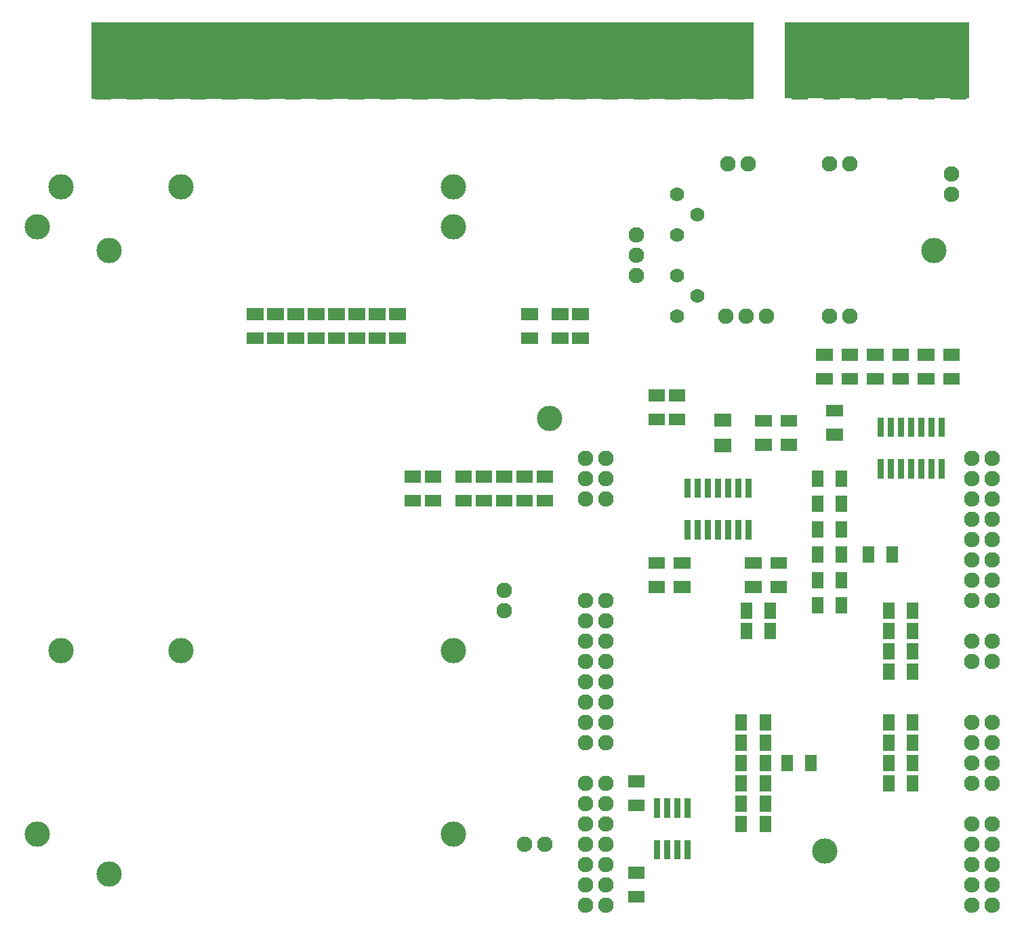
<source format=gts>
G04 start of page 9 for group -4063 idx -4063 *
G04 Title: (unknown), componentmask *
G04 Creator: pcb 20140316 *
G04 CreationDate: Sat 08 Jul 2017 15:17:32 GMT UTC *
G04 For: ole *
G04 Format: Gerber/RS-274X *
G04 PCB-Dimensions (mil): 7000.00 6000.00 *
G04 PCB-Coordinate-Origin: lower left *
%MOIN*%
%FSLAX25Y25*%
%LNTOPMASK*%
%ADD83R,0.0650X0.0650*%
%ADD82R,0.0300X0.0300*%
%ADD81R,0.0572X0.0572*%
%ADD80R,0.0787X0.0787*%
%ADD79R,0.1186X0.1186*%
%ADD78C,0.0700*%
%ADD77C,0.1250*%
%ADD76C,0.0760*%
G54D76*X380000Y200000D03*
Y190000D03*
Y180000D03*
X390000Y200000D03*
Y190000D03*
Y180000D03*
Y170000D03*
Y160000D03*
Y150000D03*
X380000Y170000D03*
Y160000D03*
Y150000D03*
Y140000D03*
X390000D03*
G54D77*X314961Y174803D03*
G54D76*X350000Y170000D03*
X360000D03*
X390000Y290000D03*
Y280000D03*
Y270000D03*
Y260000D03*
Y250000D03*
Y240000D03*
X380000Y260000D03*
Y250000D03*
Y240000D03*
Y230000D03*
X390000D03*
Y220000D03*
X380000Y290000D03*
Y280000D03*
Y270000D03*
Y360000D03*
Y350000D03*
Y340000D03*
X390000Y360000D03*
Y350000D03*
Y340000D03*
X380000Y220000D03*
G54D77*X110236Y174803D03*
X314961Y265354D03*
Y493701D03*
Y474016D03*
X122047Y493701D03*
Y265354D03*
X110236Y474016D03*
X181102Y265354D03*
Y493701D03*
X145669Y462205D03*
X362205Y379528D03*
X145669Y155118D03*
G54D76*X340000Y295000D03*
Y285000D03*
X570000Y270000D03*
Y260000D03*
Y230000D03*
Y220000D03*
Y210000D03*
Y200000D03*
X580000Y270000D03*
Y260000D03*
Y230000D03*
Y220000D03*
Y210000D03*
Y200000D03*
X570000Y360000D03*
Y350000D03*
Y340000D03*
Y330000D03*
Y320000D03*
Y310000D03*
Y300000D03*
Y290000D03*
X580000Y310000D03*
Y300000D03*
Y290000D03*
X570000Y160000D03*
X580000D03*
X570000Y150000D03*
X580000D03*
X570000Y180000D03*
X580000D03*
X570000Y170000D03*
X580000D03*
X570000Y140000D03*
X580000D03*
G54D77*X497500Y166429D03*
G54D76*X405000Y470000D03*
Y460000D03*
G54D78*X425000Y470000D03*
X435000Y480000D03*
X425000Y490000D03*
G54D76*X405000Y450000D03*
G54D78*X425000Y430000D03*
Y450000D03*
X435000Y440000D03*
G54D76*X450000Y505000D03*
X460000D03*
X500000D03*
X510000D03*
X500000Y430000D03*
X469000D03*
X449000D03*
X459000D03*
X510000D03*
X580000Y360000D03*
Y350000D03*
Y340000D03*
Y330000D03*
Y320000D03*
G54D77*X551181Y462205D03*
G54D76*X560000Y500000D03*
Y490000D03*
G54D79*X531209Y568727D02*Y543137D01*
X535146Y568727D02*Y543137D01*
X562705Y568727D02*Y543137D01*
X550894Y568727D02*Y543137D01*
X546957Y568727D02*Y543137D01*
G54D80*X532095Y570587D02*Y540587D01*
X547670Y570587D02*Y540587D01*
X563244Y570587D02*Y540587D01*
G54D79*X515461Y568727D02*Y543137D01*
G54D80*X516520Y570587D02*Y540587D01*
G54D79*X519398Y568727D02*Y543137D01*
X487902Y568727D02*Y543137D01*
X503650Y568727D02*Y543137D01*
X499713Y568727D02*Y543137D01*
G54D80*X500945Y570587D02*Y540587D01*
G54D79*X483965Y568727D02*Y543137D01*
G54D80*X485370Y570587D02*Y540587D01*
G54D81*X413819Y379095D02*X416181D01*
X413819Y390905D02*X416181D01*
X423819Y379095D02*X426181D01*
X423819Y390905D02*X426181D01*
G54D82*X435000Y348500D02*Y342000D01*
Y328000D02*Y321500D01*
X430000Y348500D02*Y342000D01*
Y328000D02*Y321500D01*
X460000Y348500D02*Y342000D01*
X455000Y348500D02*Y342000D01*
X450000Y348500D02*Y342000D01*
X445000Y348500D02*Y342000D01*
X440000Y348500D02*Y342000D01*
G54D83*X446713Y366201D02*X448287D01*
G54D81*X478819Y366595D02*X481181D01*
X466319D02*X468681D01*
G54D83*X446713Y378799D02*X448287D01*
G54D81*X478819Y378405D02*X481181D01*
X466319D02*X468681D01*
X494095Y338681D02*Y336319D01*
X546319Y399095D02*X548681D01*
X546319Y410905D02*X548681D01*
X533819Y399095D02*X536181D01*
X533819Y410905D02*X536181D01*
X558819Y399095D02*X561181D01*
X558819Y410905D02*X561181D01*
X521319Y399095D02*X523681D01*
X508819D02*X511181D01*
X521319Y410905D02*X523681D01*
X508819D02*X511181D01*
X366319Y419095D02*X368681D01*
X351319D02*X353681D01*
X286319D02*X288681D01*
X276319D02*X278681D01*
X266319D02*X268681D01*
X366319Y430905D02*X368681D01*
X376319D02*X378681D01*
X351319D02*X353681D01*
X286319D02*X288681D01*
X276319D02*X278681D01*
X266319D02*X268681D01*
X376319Y419095D02*X378681D01*
X293819Y339095D02*X296181D01*
X318819D02*X321181D01*
X303819D02*X306181D01*
X293819Y350905D02*X296181D01*
X318819D02*X321181D01*
X303819D02*X306181D01*
X338819Y339095D02*X341181D01*
X328819D02*X331181D01*
X348819D02*X351181D01*
X358819D02*X361181D01*
X338819Y350905D02*X341181D01*
X328819D02*X331181D01*
X348819D02*X351181D01*
X358819D02*X361181D01*
X468405Y181181D02*Y178819D01*
Y191181D02*Y188819D01*
X456595Y191181D02*Y188819D01*
Y211181D02*Y208819D01*
Y231181D02*Y228819D01*
Y201181D02*Y198819D01*
Y221181D02*Y218819D01*
X459095Y276181D02*Y273819D01*
X468405Y211181D02*Y208819D01*
Y231181D02*Y228819D01*
Y201181D02*Y198819D01*
Y221181D02*Y218819D01*
X479095Y211181D02*Y208819D01*
X470905Y276181D02*Y273819D01*
X490905Y211181D02*Y208819D01*
X456595Y181181D02*Y178819D01*
G54D82*X415000Y170500D02*Y164000D01*
X420000Y170500D02*Y164000D01*
X425000Y170500D02*Y164000D01*
X430000Y170500D02*Y164000D01*
Y191000D02*Y184500D01*
X425000Y191000D02*Y184500D01*
X420000Y191000D02*Y184500D01*
X415000Y191000D02*Y184500D01*
G54D81*X403819Y189095D02*X406181D01*
X403819Y200905D02*X406181D01*
X403819Y144095D02*X406181D01*
X403819Y155905D02*X406181D01*
X529095Y256181D02*Y253819D01*
Y266181D02*Y263819D01*
Y276181D02*Y273819D01*
X540905Y256181D02*Y253819D01*
Y266181D02*Y263819D01*
Y276181D02*Y273819D01*
Y231181D02*Y228819D01*
Y221181D02*Y218819D01*
Y211181D02*Y208819D01*
X529095Y231181D02*Y228819D01*
Y221181D02*Y218819D01*
Y211181D02*Y208819D01*
Y201181D02*Y198819D01*
X540905Y201181D02*Y198819D01*
X413819Y296595D02*X416181D01*
X426319D02*X428681D01*
X473819D02*X476181D01*
X473819Y308405D02*X476181D01*
X461319Y296595D02*X463681D01*
X461319Y308405D02*X463681D01*
X413819D02*X416181D01*
X426319D02*X428681D01*
G54D82*X440000Y328000D02*Y321500D01*
X445000Y328000D02*Y321500D01*
X450000Y328000D02*Y321500D01*
X455000Y328000D02*Y321500D01*
X460000Y328000D02*Y321500D01*
G54D81*X459095Y286181D02*Y283819D01*
X470905Y286181D02*Y283819D01*
X494095Y351181D02*Y348819D01*
X505905Y351181D02*Y348819D01*
X501319Y371595D02*X503681D01*
X501319Y383405D02*X503681D01*
X505905Y338681D02*Y336319D01*
X496319Y399095D02*X498681D01*
X496319Y410905D02*X498681D01*
G54D82*X525000Y358000D02*Y351500D01*
X530000Y358000D02*Y351500D01*
X535000Y358000D02*Y351500D01*
X540000Y358000D02*Y351500D01*
X545000Y358000D02*Y351500D01*
X550000Y358000D02*Y351500D01*
X555000Y358000D02*Y351500D01*
Y378500D02*Y372000D01*
X550000Y378500D02*Y372000D01*
X545000Y378500D02*Y372000D01*
X540000Y378500D02*Y372000D01*
X535000Y378500D02*Y372000D01*
X530000Y378500D02*Y372000D01*
X525000Y378500D02*Y372000D01*
G54D81*X494095Y288681D02*Y286319D01*
X505905Y288681D02*Y286319D01*
Y301181D02*Y298819D01*
Y313681D02*Y311319D01*
X494095Y301181D02*Y298819D01*
Y326181D02*Y323819D01*
Y313681D02*Y311319D01*
X505905Y326181D02*Y323819D01*
X519095Y313681D02*Y311319D01*
X530905Y313681D02*Y311319D01*
X529095Y286181D02*Y283819D01*
X540905Y286181D02*Y283819D01*
G54D79*X440945Y568504D02*Y542913D01*
X437008Y568504D02*Y542913D01*
X425197Y568504D02*Y542913D01*
X421260Y568504D02*Y542913D01*
G54D80*X423071Y570587D02*Y540587D01*
X438646Y570587D02*Y540587D01*
G54D79*X409449Y568504D02*Y542913D01*
X405512Y568504D02*Y542913D01*
X389764Y568504D02*Y542913D01*
X393701Y568504D02*Y542913D01*
G54D80*X391922Y570587D02*Y540587D01*
X407496Y570587D02*Y540587D01*
G54D79*X374016Y568504D02*Y542913D01*
X377953Y568504D02*Y542913D01*
X358268Y568504D02*Y542913D01*
X362205Y568504D02*Y542913D01*
G54D80*X360772Y570587D02*Y540587D01*
X376347Y570587D02*Y540587D01*
G54D79*X452756Y568504D02*Y542913D01*
X456693Y568504D02*Y542913D01*
G54D80*X454221Y570587D02*Y540587D01*
X220599Y570587D02*Y540587D01*
G54D79*X221544Y568526D02*Y542936D01*
X217607Y568526D02*Y542936D01*
G54D80*X205024Y570587D02*Y540587D01*
G54D79*X201859Y568526D02*Y542936D01*
X205796Y568526D02*Y542936D01*
X142832Y568478D02*Y542888D01*
X154643Y568478D02*Y542888D01*
X158580Y568478D02*Y542888D01*
G54D80*X142725Y570587D02*Y540587D01*
X158300Y570587D02*Y540587D01*
X189449Y570587D02*Y540587D01*
X173874Y570587D02*Y540587D01*
G54D79*X170363Y568526D02*Y542936D01*
X174300Y568526D02*Y542936D01*
X186111Y568526D02*Y542936D01*
X190048Y568526D02*Y542936D01*
G54D81*X246319Y419095D02*X248681D01*
X246319Y430905D02*X248681D01*
X256319Y419095D02*X258681D01*
X256319Y430905D02*X258681D01*
X236319Y419095D02*X238681D01*
X236319Y430905D02*X238681D01*
X226319Y419095D02*X228681D01*
X226319Y430905D02*X228681D01*
X216319D02*X218681D01*
X216319Y419095D02*X218681D01*
G54D79*X347528Y568526D02*Y542936D01*
X343591Y568526D02*Y542936D01*
X316032Y568526D02*Y542936D01*
X327843Y568526D02*Y542936D01*
X331780Y568526D02*Y542936D01*
G54D80*X345197Y570587D02*Y540587D01*
X329622Y570587D02*Y540587D01*
G54D79*X300284Y568526D02*Y542936D01*
X312095Y568526D02*Y542936D01*
G54D80*X298473Y570587D02*Y540587D01*
X314048Y570587D02*Y540587D01*
G54D79*X264851Y568526D02*Y542936D01*
X268788Y568526D02*Y542936D01*
X249103Y568526D02*Y542936D01*
X253040Y568526D02*Y542936D01*
G54D80*X236174Y570587D02*Y540587D01*
G54D79*X233355Y568526D02*Y542936D01*
X237292Y568526D02*Y542936D01*
G54D80*X251748Y570587D02*Y540587D01*
X267323Y570587D02*Y540587D01*
G54D79*X280599Y568526D02*Y542936D01*
G54D80*X282898Y570587D02*Y540587D01*
G54D79*X284536Y568526D02*Y542936D01*
X296347Y568526D02*Y542936D01*
M02*

</source>
